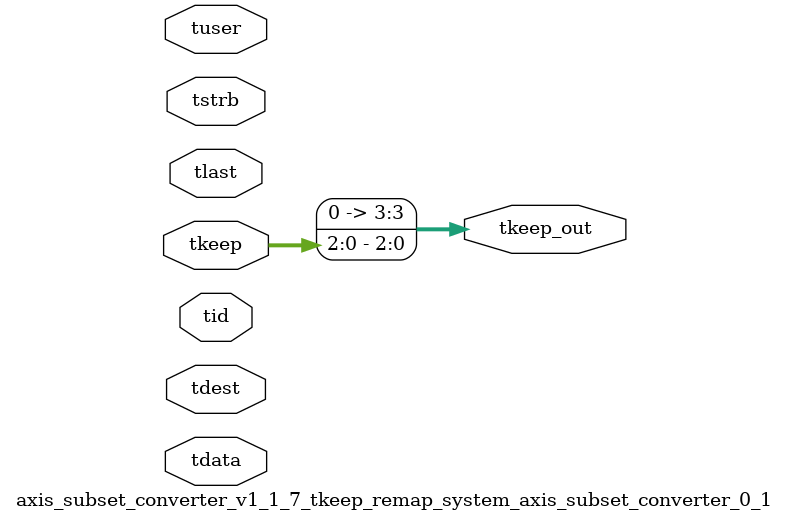
<source format=v>


`timescale 1ps/1ps

module axis_subset_converter_v1_1_7_tkeep_remap_system_axis_subset_converter_0_1 #
(
parameter C_S_AXIS_TDATA_WIDTH = 32,
parameter C_S_AXIS_TUSER_WIDTH = 0,
parameter C_S_AXIS_TID_WIDTH   = 0,
parameter C_S_AXIS_TDEST_WIDTH = 0,
parameter C_M_AXIS_TDATA_WIDTH = 32
)
(
input  [(C_S_AXIS_TDATA_WIDTH == 0 ? 1 : C_S_AXIS_TDATA_WIDTH)-1:0     ] tdata,
input  [(C_S_AXIS_TUSER_WIDTH == 0 ? 1 : C_S_AXIS_TUSER_WIDTH)-1:0     ] tuser,
input  [(C_S_AXIS_TID_WIDTH   == 0 ? 1 : C_S_AXIS_TID_WIDTH)-1:0       ] tid,
input  [(C_S_AXIS_TDEST_WIDTH == 0 ? 1 : C_S_AXIS_TDEST_WIDTH)-1:0     ] tdest,
input  [(C_S_AXIS_TDATA_WIDTH/8)-1:0 ] tkeep,
input  [(C_S_AXIS_TDATA_WIDTH/8)-1:0 ] tstrb,
input                                                                    tlast,
output [(C_M_AXIS_TDATA_WIDTH/8)-1:0 ] tkeep_out
);

assign tkeep_out = {tkeep[2:0]};

endmodule


</source>
